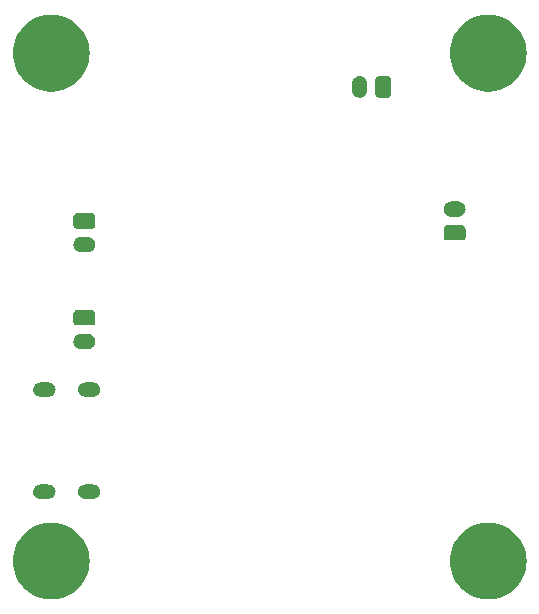
<source format=gbr>
%TF.GenerationSoftware,KiCad,Pcbnew,7.0.9*%
%TF.CreationDate,2024-10-15T17:06:46-06:00*%
%TF.ProjectId,TPS61165-heater-v8,54505336-3131-4363-952d-686561746572,rev?*%
%TF.SameCoordinates,Original*%
%TF.FileFunction,Soldermask,Bot*%
%TF.FilePolarity,Negative*%
%FSLAX46Y46*%
G04 Gerber Fmt 4.6, Leading zero omitted, Abs format (unit mm)*
G04 Created by KiCad (PCBNEW 7.0.9) date 2024-10-15 17:06:46*
%MOMM*%
%LPD*%
G01*
G04 APERTURE LIST*
G04 APERTURE END LIST*
G36*
X119525953Y-90791827D02*
G01*
X119869735Y-90867499D01*
X120203319Y-90979897D01*
X120522796Y-91127702D01*
X120824419Y-91309183D01*
X121104653Y-91522211D01*
X121360211Y-91764289D01*
X121588099Y-92032579D01*
X121785643Y-92323934D01*
X121950528Y-92634941D01*
X122080820Y-92961951D01*
X122174993Y-93301131D01*
X122231942Y-93648505D01*
X122251000Y-94000000D01*
X122231942Y-94351495D01*
X122174993Y-94698869D01*
X122080820Y-95038049D01*
X121950528Y-95365059D01*
X121785643Y-95676066D01*
X121588099Y-95967421D01*
X121360211Y-96235711D01*
X121104653Y-96477789D01*
X120824419Y-96690817D01*
X120522796Y-96872298D01*
X120203319Y-97020103D01*
X119869735Y-97132501D01*
X119525953Y-97208173D01*
X119176006Y-97246232D01*
X118823994Y-97246232D01*
X118474047Y-97208173D01*
X118130265Y-97132501D01*
X117796681Y-97020103D01*
X117477204Y-96872298D01*
X117175581Y-96690817D01*
X116895347Y-96477789D01*
X116639789Y-96235711D01*
X116411901Y-95967421D01*
X116214357Y-95676066D01*
X116049472Y-95365059D01*
X115919180Y-95038049D01*
X115825007Y-94698869D01*
X115768058Y-94351495D01*
X115749000Y-94000000D01*
X115768058Y-93648505D01*
X115825007Y-93301131D01*
X115919180Y-92961951D01*
X116049472Y-92634941D01*
X116214357Y-92323934D01*
X116411901Y-92032579D01*
X116639789Y-91764289D01*
X116895347Y-91522211D01*
X117175581Y-91309183D01*
X117477204Y-91127702D01*
X117796681Y-90979897D01*
X118130265Y-90867499D01*
X118474047Y-90791827D01*
X118823994Y-90753768D01*
X119176006Y-90753768D01*
X119525953Y-90791827D01*
G37*
G36*
X156525953Y-90791827D02*
G01*
X156869735Y-90867499D01*
X157203319Y-90979897D01*
X157522796Y-91127702D01*
X157824419Y-91309183D01*
X158104653Y-91522211D01*
X158360211Y-91764289D01*
X158588099Y-92032579D01*
X158785643Y-92323934D01*
X158950528Y-92634941D01*
X159080820Y-92961951D01*
X159174993Y-93301131D01*
X159231942Y-93648505D01*
X159251000Y-94000000D01*
X159231942Y-94351495D01*
X159174993Y-94698869D01*
X159080820Y-95038049D01*
X158950528Y-95365059D01*
X158785643Y-95676066D01*
X158588099Y-95967421D01*
X158360211Y-96235711D01*
X158104653Y-96477789D01*
X157824419Y-96690817D01*
X157522796Y-96872298D01*
X157203319Y-97020103D01*
X156869735Y-97132501D01*
X156525953Y-97208173D01*
X156176006Y-97246232D01*
X155823994Y-97246232D01*
X155474047Y-97208173D01*
X155130265Y-97132501D01*
X154796681Y-97020103D01*
X154477204Y-96872298D01*
X154175581Y-96690817D01*
X153895347Y-96477789D01*
X153639789Y-96235711D01*
X153411901Y-95967421D01*
X153214357Y-95676066D01*
X153049472Y-95365059D01*
X152919180Y-95038049D01*
X152825007Y-94698869D01*
X152768058Y-94351495D01*
X152749000Y-94000000D01*
X152768058Y-93648505D01*
X152825007Y-93301131D01*
X152919180Y-92961951D01*
X153049472Y-92634941D01*
X153214357Y-92323934D01*
X153411901Y-92032579D01*
X153639789Y-91764289D01*
X153895347Y-91522211D01*
X154175581Y-91309183D01*
X154477204Y-91127702D01*
X154796681Y-90979897D01*
X155130265Y-90867499D01*
X155474047Y-90791827D01*
X155823994Y-90753768D01*
X156176006Y-90753768D01*
X156525953Y-90791827D01*
G37*
G36*
X118766891Y-87519380D02*
G01*
X118830097Y-87523062D01*
X118874144Y-87533501D01*
X118919550Y-87539479D01*
X118946539Y-87550658D01*
X118969264Y-87556044D01*
X119015018Y-87579023D01*
X119064500Y-87599519D01*
X119080928Y-87612125D01*
X119093789Y-87618584D01*
X119141297Y-87658447D01*
X119188971Y-87695029D01*
X119196341Y-87704635D01*
X119200531Y-87708150D01*
X119249110Y-87773404D01*
X119284481Y-87819500D01*
X119306715Y-87873180D01*
X119338935Y-87947873D01*
X119339884Y-87953255D01*
X119344521Y-87964450D01*
X119352367Y-88024049D01*
X119363134Y-88085106D01*
X119362297Y-88099470D01*
X119365000Y-88120000D01*
X119358007Y-88173111D01*
X119355031Y-88224211D01*
X119348335Y-88246575D01*
X119344521Y-88275550D01*
X119326993Y-88317865D01*
X119315065Y-88357710D01*
X119298871Y-88385757D01*
X119284481Y-88420500D01*
X119261588Y-88450333D01*
X119245394Y-88478384D01*
X119216849Y-88508638D01*
X119188971Y-88544971D01*
X119165788Y-88562759D01*
X119149769Y-88579739D01*
X119107006Y-88607864D01*
X119064500Y-88640481D01*
X119045366Y-88648406D01*
X119033345Y-88656313D01*
X118975084Y-88677518D01*
X118919550Y-88700521D01*
X118907539Y-88702102D01*
X118902405Y-88703971D01*
X118821632Y-88713412D01*
X118764000Y-88721000D01*
X118756719Y-88721000D01*
X118067645Y-88721000D01*
X118064000Y-88721000D01*
X118061106Y-88720619D01*
X117997902Y-88716937D01*
X117953862Y-88706499D01*
X117908450Y-88700521D01*
X117881456Y-88689339D01*
X117858735Y-88683955D01*
X117812987Y-88660979D01*
X117763500Y-88640481D01*
X117747069Y-88627873D01*
X117734210Y-88621415D01*
X117686705Y-88581554D01*
X117639029Y-88544971D01*
X117631657Y-88535364D01*
X117627468Y-88531849D01*
X117578881Y-88466584D01*
X117543519Y-88420500D01*
X117521297Y-88366853D01*
X117489064Y-88292126D01*
X117488114Y-88286740D01*
X117483479Y-88275550D01*
X117475634Y-88215968D01*
X117464865Y-88154893D01*
X117465702Y-88140523D01*
X117463000Y-88120000D01*
X117469990Y-88066903D01*
X117472968Y-88015788D01*
X117479665Y-87993416D01*
X117483479Y-87964450D01*
X117501002Y-87922145D01*
X117512934Y-87882289D01*
X117529132Y-87854232D01*
X117543519Y-87819500D01*
X117566404Y-87789674D01*
X117582605Y-87761615D01*
X117611158Y-87731350D01*
X117639029Y-87695029D01*
X117662204Y-87677245D01*
X117678230Y-87660260D01*
X117721008Y-87632123D01*
X117763500Y-87599519D01*
X117782626Y-87591596D01*
X117794654Y-87583686D01*
X117852942Y-87562470D01*
X117908450Y-87539479D01*
X117920454Y-87537898D01*
X117925594Y-87536028D01*
X118006400Y-87526583D01*
X118064000Y-87519000D01*
X118764000Y-87519000D01*
X118766891Y-87519380D01*
G37*
G36*
X122566891Y-87519380D02*
G01*
X122630097Y-87523062D01*
X122674144Y-87533501D01*
X122719550Y-87539479D01*
X122746539Y-87550658D01*
X122769264Y-87556044D01*
X122815018Y-87579023D01*
X122864500Y-87599519D01*
X122880928Y-87612125D01*
X122893789Y-87618584D01*
X122941297Y-87658447D01*
X122988971Y-87695029D01*
X122996341Y-87704635D01*
X123000531Y-87708150D01*
X123049110Y-87773404D01*
X123084481Y-87819500D01*
X123106715Y-87873180D01*
X123138935Y-87947873D01*
X123139884Y-87953255D01*
X123144521Y-87964450D01*
X123152367Y-88024049D01*
X123163134Y-88085106D01*
X123162297Y-88099470D01*
X123165000Y-88120000D01*
X123158007Y-88173111D01*
X123155031Y-88224211D01*
X123148335Y-88246575D01*
X123144521Y-88275550D01*
X123126993Y-88317865D01*
X123115065Y-88357710D01*
X123098871Y-88385757D01*
X123084481Y-88420500D01*
X123061588Y-88450333D01*
X123045394Y-88478384D01*
X123016849Y-88508638D01*
X122988971Y-88544971D01*
X122965788Y-88562759D01*
X122949769Y-88579739D01*
X122907006Y-88607864D01*
X122864500Y-88640481D01*
X122845366Y-88648406D01*
X122833345Y-88656313D01*
X122775084Y-88677518D01*
X122719550Y-88700521D01*
X122707539Y-88702102D01*
X122702405Y-88703971D01*
X122621632Y-88713412D01*
X122564000Y-88721000D01*
X122556719Y-88721000D01*
X121867645Y-88721000D01*
X121864000Y-88721000D01*
X121861106Y-88720619D01*
X121797902Y-88716937D01*
X121753862Y-88706499D01*
X121708450Y-88700521D01*
X121681456Y-88689339D01*
X121658735Y-88683955D01*
X121612987Y-88660979D01*
X121563500Y-88640481D01*
X121547069Y-88627873D01*
X121534210Y-88621415D01*
X121486705Y-88581554D01*
X121439029Y-88544971D01*
X121431657Y-88535364D01*
X121427468Y-88531849D01*
X121378881Y-88466584D01*
X121343519Y-88420500D01*
X121321297Y-88366853D01*
X121289064Y-88292126D01*
X121288114Y-88286740D01*
X121283479Y-88275550D01*
X121275634Y-88215968D01*
X121264865Y-88154893D01*
X121265702Y-88140523D01*
X121263000Y-88120000D01*
X121269990Y-88066903D01*
X121272968Y-88015788D01*
X121279665Y-87993416D01*
X121283479Y-87964450D01*
X121301002Y-87922145D01*
X121312934Y-87882289D01*
X121329132Y-87854232D01*
X121343519Y-87819500D01*
X121366404Y-87789674D01*
X121382605Y-87761615D01*
X121411158Y-87731350D01*
X121439029Y-87695029D01*
X121462204Y-87677245D01*
X121478230Y-87660260D01*
X121521008Y-87632123D01*
X121563500Y-87599519D01*
X121582626Y-87591596D01*
X121594654Y-87583686D01*
X121652942Y-87562470D01*
X121708450Y-87539479D01*
X121720454Y-87537898D01*
X121725594Y-87536028D01*
X121806400Y-87526583D01*
X121864000Y-87519000D01*
X122564000Y-87519000D01*
X122566891Y-87519380D01*
G37*
G36*
X118766891Y-78879380D02*
G01*
X118830097Y-78883062D01*
X118874144Y-78893501D01*
X118919550Y-78899479D01*
X118946539Y-78910658D01*
X118969264Y-78916044D01*
X119015018Y-78939023D01*
X119064500Y-78959519D01*
X119080928Y-78972125D01*
X119093789Y-78978584D01*
X119141297Y-79018447D01*
X119188971Y-79055029D01*
X119196341Y-79064635D01*
X119200531Y-79068150D01*
X119249110Y-79133404D01*
X119284481Y-79179500D01*
X119306715Y-79233180D01*
X119338935Y-79307873D01*
X119339884Y-79313255D01*
X119344521Y-79324450D01*
X119352367Y-79384049D01*
X119363134Y-79445106D01*
X119362297Y-79459470D01*
X119365000Y-79480000D01*
X119358007Y-79533111D01*
X119355031Y-79584211D01*
X119348335Y-79606575D01*
X119344521Y-79635550D01*
X119326993Y-79677865D01*
X119315065Y-79717710D01*
X119298871Y-79745757D01*
X119284481Y-79780500D01*
X119261588Y-79810333D01*
X119245394Y-79838384D01*
X119216849Y-79868638D01*
X119188971Y-79904971D01*
X119165788Y-79922759D01*
X119149769Y-79939739D01*
X119107006Y-79967864D01*
X119064500Y-80000481D01*
X119045366Y-80008406D01*
X119033345Y-80016313D01*
X118975084Y-80037518D01*
X118919550Y-80060521D01*
X118907539Y-80062102D01*
X118902405Y-80063971D01*
X118821632Y-80073412D01*
X118764000Y-80081000D01*
X118756719Y-80081000D01*
X118067645Y-80081000D01*
X118064000Y-80081000D01*
X118061106Y-80080619D01*
X117997902Y-80076937D01*
X117953862Y-80066499D01*
X117908450Y-80060521D01*
X117881456Y-80049339D01*
X117858735Y-80043955D01*
X117812987Y-80020979D01*
X117763500Y-80000481D01*
X117747069Y-79987873D01*
X117734210Y-79981415D01*
X117686705Y-79941554D01*
X117639029Y-79904971D01*
X117631657Y-79895364D01*
X117627468Y-79891849D01*
X117578881Y-79826584D01*
X117543519Y-79780500D01*
X117521297Y-79726853D01*
X117489064Y-79652126D01*
X117488114Y-79646740D01*
X117483479Y-79635550D01*
X117475634Y-79575968D01*
X117464865Y-79514893D01*
X117465702Y-79500523D01*
X117463000Y-79480000D01*
X117469990Y-79426903D01*
X117472968Y-79375788D01*
X117479665Y-79353416D01*
X117483479Y-79324450D01*
X117501002Y-79282145D01*
X117512934Y-79242289D01*
X117529132Y-79214232D01*
X117543519Y-79179500D01*
X117566404Y-79149674D01*
X117582605Y-79121615D01*
X117611158Y-79091350D01*
X117639029Y-79055029D01*
X117662204Y-79037245D01*
X117678230Y-79020260D01*
X117721008Y-78992123D01*
X117763500Y-78959519D01*
X117782626Y-78951596D01*
X117794654Y-78943686D01*
X117852942Y-78922470D01*
X117908450Y-78899479D01*
X117920454Y-78897898D01*
X117925594Y-78896028D01*
X118006400Y-78886583D01*
X118064000Y-78879000D01*
X118764000Y-78879000D01*
X118766891Y-78879380D01*
G37*
G36*
X122566891Y-78879380D02*
G01*
X122630097Y-78883062D01*
X122674144Y-78893501D01*
X122719550Y-78899479D01*
X122746539Y-78910658D01*
X122769264Y-78916044D01*
X122815018Y-78939023D01*
X122864500Y-78959519D01*
X122880928Y-78972125D01*
X122893789Y-78978584D01*
X122941297Y-79018447D01*
X122988971Y-79055029D01*
X122996341Y-79064635D01*
X123000531Y-79068150D01*
X123049110Y-79133404D01*
X123084481Y-79179500D01*
X123106715Y-79233180D01*
X123138935Y-79307873D01*
X123139884Y-79313255D01*
X123144521Y-79324450D01*
X123152367Y-79384049D01*
X123163134Y-79445106D01*
X123162297Y-79459470D01*
X123165000Y-79480000D01*
X123158007Y-79533111D01*
X123155031Y-79584211D01*
X123148335Y-79606575D01*
X123144521Y-79635550D01*
X123126993Y-79677865D01*
X123115065Y-79717710D01*
X123098871Y-79745757D01*
X123084481Y-79780500D01*
X123061588Y-79810333D01*
X123045394Y-79838384D01*
X123016849Y-79868638D01*
X122988971Y-79904971D01*
X122965788Y-79922759D01*
X122949769Y-79939739D01*
X122907006Y-79967864D01*
X122864500Y-80000481D01*
X122845366Y-80008406D01*
X122833345Y-80016313D01*
X122775084Y-80037518D01*
X122719550Y-80060521D01*
X122707539Y-80062102D01*
X122702405Y-80063971D01*
X122621632Y-80073412D01*
X122564000Y-80081000D01*
X122556719Y-80081000D01*
X121867645Y-80081000D01*
X121864000Y-80081000D01*
X121861106Y-80080619D01*
X121797902Y-80076937D01*
X121753862Y-80066499D01*
X121708450Y-80060521D01*
X121681456Y-80049339D01*
X121658735Y-80043955D01*
X121612987Y-80020979D01*
X121563500Y-80000481D01*
X121547069Y-79987873D01*
X121534210Y-79981415D01*
X121486705Y-79941554D01*
X121439029Y-79904971D01*
X121431657Y-79895364D01*
X121427468Y-79891849D01*
X121378881Y-79826584D01*
X121343519Y-79780500D01*
X121321297Y-79726853D01*
X121289064Y-79652126D01*
X121288114Y-79646740D01*
X121283479Y-79635550D01*
X121275634Y-79575968D01*
X121264865Y-79514893D01*
X121265702Y-79500523D01*
X121263000Y-79480000D01*
X121269990Y-79426903D01*
X121272968Y-79375788D01*
X121279665Y-79353416D01*
X121283479Y-79324450D01*
X121301002Y-79282145D01*
X121312934Y-79242289D01*
X121329132Y-79214232D01*
X121343519Y-79179500D01*
X121366404Y-79149674D01*
X121382605Y-79121615D01*
X121411158Y-79091350D01*
X121439029Y-79055029D01*
X121462204Y-79037245D01*
X121478230Y-79020260D01*
X121521008Y-78992123D01*
X121563500Y-78959519D01*
X121582626Y-78951596D01*
X121594654Y-78943686D01*
X121652942Y-78922470D01*
X121708450Y-78899479D01*
X121720454Y-78897898D01*
X121725594Y-78896028D01*
X121806400Y-78886583D01*
X121864000Y-78879000D01*
X122564000Y-78879000D01*
X122566891Y-78879380D01*
G37*
G36*
X122156592Y-74754133D02*
G01*
X122190259Y-74762777D01*
X122219686Y-74766093D01*
X122265204Y-74782020D01*
X122314649Y-74794716D01*
X122337697Y-74807386D01*
X122357114Y-74814181D01*
X122406485Y-74845203D01*
X122457648Y-74873330D01*
X122470589Y-74885482D01*
X122480395Y-74891644D01*
X122530393Y-74941642D01*
X122576604Y-74985037D01*
X122581494Y-74992743D01*
X122583355Y-74994604D01*
X122651455Y-75102984D01*
X122664042Y-75122818D01*
X122683516Y-75182753D01*
X122708906Y-75255313D01*
X122709868Y-75263856D01*
X122714469Y-75278015D01*
X122718267Y-75338397D01*
X122725209Y-75400000D01*
X122723241Y-75417459D01*
X122724715Y-75440877D01*
X122714668Y-75493541D01*
X122708906Y-75544686D01*
X122700126Y-75569776D01*
X122694138Y-75601170D01*
X122674650Y-75642581D01*
X122660818Y-75682114D01*
X122641822Y-75712345D01*
X122624657Y-75748823D01*
X122600722Y-75777755D01*
X122583355Y-75805395D01*
X122551525Y-75837224D01*
X122520640Y-75874559D01*
X122497056Y-75891693D01*
X122480395Y-75908355D01*
X122433997Y-75937508D01*
X122388622Y-75970476D01*
X122369450Y-75978066D01*
X122357114Y-75985818D01*
X122294802Y-76007621D01*
X122236897Y-76030548D01*
X122224980Y-76032053D01*
X122219686Y-76033906D01*
X122132954Y-76043678D01*
X122075000Y-76051000D01*
X122067980Y-76051000D01*
X121532020Y-76051000D01*
X121525000Y-76051000D01*
X121443408Y-76045867D01*
X121409736Y-76037221D01*
X121380313Y-76033906D01*
X121334802Y-76017981D01*
X121285351Y-76005284D01*
X121262299Y-75992611D01*
X121242885Y-75985818D01*
X121193519Y-75954799D01*
X121142352Y-75926670D01*
X121129409Y-75914516D01*
X121119604Y-75908355D01*
X121069606Y-75858357D01*
X121023396Y-75814963D01*
X121018505Y-75807256D01*
X121016644Y-75805395D01*
X120948507Y-75696956D01*
X120935958Y-75677182D01*
X120916492Y-75617272D01*
X120891093Y-75544686D01*
X120890129Y-75536138D01*
X120885531Y-75521985D01*
X120881733Y-75461621D01*
X120874790Y-75400000D01*
X120876757Y-75382535D01*
X120875285Y-75359123D01*
X120885328Y-75306472D01*
X120891093Y-75255313D01*
X120899875Y-75230215D01*
X120905862Y-75198830D01*
X120925343Y-75157429D01*
X120939181Y-75117885D01*
X120958182Y-75087644D01*
X120975343Y-75051177D01*
X120999271Y-75022252D01*
X121016644Y-74994604D01*
X121048483Y-74962764D01*
X121079360Y-74925441D01*
X121102936Y-74908311D01*
X121119604Y-74891644D01*
X121166018Y-74862479D01*
X121211378Y-74829524D01*
X121230542Y-74821936D01*
X121242885Y-74814181D01*
X121305227Y-74792366D01*
X121363103Y-74769452D01*
X121375013Y-74767947D01*
X121380313Y-74766093D01*
X121467080Y-74756316D01*
X121525000Y-74749000D01*
X122075000Y-74749000D01*
X122156592Y-74754133D01*
G37*
G36*
X122493914Y-72756995D02*
G01*
X122509726Y-72763976D01*
X122517531Y-72765213D01*
X122550039Y-72781776D01*
X122595106Y-72801676D01*
X122673324Y-72879894D01*
X122693226Y-72924967D01*
X122709786Y-72957468D01*
X122711021Y-72965270D01*
X122718005Y-72981086D01*
X122726000Y-73050000D01*
X122726000Y-73750000D01*
X122718005Y-73818914D01*
X122711021Y-73834729D01*
X122709786Y-73842531D01*
X122693229Y-73875024D01*
X122673324Y-73920106D01*
X122595106Y-73998324D01*
X122550024Y-74018229D01*
X122517531Y-74034786D01*
X122509729Y-74036021D01*
X122493914Y-74043005D01*
X122425000Y-74051000D01*
X121175000Y-74051000D01*
X121106086Y-74043005D01*
X121090270Y-74036021D01*
X121082468Y-74034786D01*
X121049967Y-74018226D01*
X121004894Y-73998324D01*
X120926676Y-73920106D01*
X120906776Y-73875039D01*
X120890213Y-73842531D01*
X120888976Y-73834726D01*
X120881995Y-73818914D01*
X120874000Y-73750000D01*
X120874000Y-73050000D01*
X120881995Y-72981086D01*
X120888976Y-72965274D01*
X120890213Y-72957468D01*
X120906780Y-72924953D01*
X120926676Y-72879894D01*
X121004894Y-72801676D01*
X121049953Y-72781780D01*
X121082468Y-72765213D01*
X121090274Y-72763976D01*
X121106086Y-72756995D01*
X121175000Y-72749000D01*
X122425000Y-72749000D01*
X122493914Y-72756995D01*
G37*
G36*
X122156592Y-66554133D02*
G01*
X122190259Y-66562777D01*
X122219686Y-66566093D01*
X122265204Y-66582020D01*
X122314649Y-66594716D01*
X122337697Y-66607386D01*
X122357114Y-66614181D01*
X122406485Y-66645203D01*
X122457648Y-66673330D01*
X122470589Y-66685482D01*
X122480395Y-66691644D01*
X122530393Y-66741642D01*
X122576604Y-66785037D01*
X122581494Y-66792743D01*
X122583355Y-66794604D01*
X122651455Y-66902984D01*
X122664042Y-66922818D01*
X122683516Y-66982753D01*
X122708906Y-67055313D01*
X122709868Y-67063856D01*
X122714469Y-67078015D01*
X122718267Y-67138397D01*
X122725209Y-67200000D01*
X122723241Y-67217459D01*
X122724715Y-67240877D01*
X122714668Y-67293541D01*
X122708906Y-67344686D01*
X122700126Y-67369776D01*
X122694138Y-67401170D01*
X122674650Y-67442581D01*
X122660818Y-67482114D01*
X122641822Y-67512345D01*
X122624657Y-67548823D01*
X122600722Y-67577755D01*
X122583355Y-67605395D01*
X122551525Y-67637224D01*
X122520640Y-67674559D01*
X122497056Y-67691693D01*
X122480395Y-67708355D01*
X122433997Y-67737508D01*
X122388622Y-67770476D01*
X122369450Y-67778066D01*
X122357114Y-67785818D01*
X122294802Y-67807621D01*
X122236897Y-67830548D01*
X122224980Y-67832053D01*
X122219686Y-67833906D01*
X122132954Y-67843678D01*
X122075000Y-67851000D01*
X122067980Y-67851000D01*
X121532020Y-67851000D01*
X121525000Y-67851000D01*
X121443408Y-67845867D01*
X121409736Y-67837221D01*
X121380313Y-67833906D01*
X121334802Y-67817981D01*
X121285351Y-67805284D01*
X121262299Y-67792611D01*
X121242885Y-67785818D01*
X121193519Y-67754799D01*
X121142352Y-67726670D01*
X121129409Y-67714516D01*
X121119604Y-67708355D01*
X121069606Y-67658357D01*
X121023396Y-67614963D01*
X121018505Y-67607256D01*
X121016644Y-67605395D01*
X120948507Y-67496956D01*
X120935958Y-67477182D01*
X120916492Y-67417272D01*
X120891093Y-67344686D01*
X120890129Y-67336138D01*
X120885531Y-67321985D01*
X120881733Y-67261621D01*
X120874790Y-67200000D01*
X120876757Y-67182535D01*
X120875285Y-67159123D01*
X120885328Y-67106472D01*
X120891093Y-67055313D01*
X120899875Y-67030215D01*
X120905862Y-66998830D01*
X120925343Y-66957429D01*
X120939181Y-66917885D01*
X120958182Y-66887644D01*
X120975343Y-66851177D01*
X120999271Y-66822252D01*
X121016644Y-66794604D01*
X121048483Y-66762764D01*
X121079360Y-66725441D01*
X121102936Y-66708311D01*
X121119604Y-66691644D01*
X121166018Y-66662479D01*
X121211378Y-66629524D01*
X121230542Y-66621936D01*
X121242885Y-66614181D01*
X121305227Y-66592366D01*
X121363103Y-66569452D01*
X121375013Y-66567947D01*
X121380313Y-66566093D01*
X121467080Y-66556316D01*
X121525000Y-66549000D01*
X122075000Y-66549000D01*
X122156592Y-66554133D01*
G37*
G36*
X153843914Y-65556995D02*
G01*
X153859726Y-65563976D01*
X153867531Y-65565213D01*
X153900039Y-65581776D01*
X153945106Y-65601676D01*
X154023324Y-65679894D01*
X154043226Y-65724967D01*
X154059786Y-65757468D01*
X154061021Y-65765270D01*
X154068005Y-65781086D01*
X154076000Y-65850000D01*
X154076000Y-66550000D01*
X154068005Y-66618914D01*
X154061021Y-66634729D01*
X154059786Y-66642531D01*
X154043229Y-66675024D01*
X154023324Y-66720106D01*
X153945106Y-66798324D01*
X153900024Y-66818229D01*
X153867531Y-66834786D01*
X153859729Y-66836021D01*
X153843914Y-66843005D01*
X153775000Y-66851000D01*
X152525000Y-66851000D01*
X152456086Y-66843005D01*
X152440270Y-66836021D01*
X152432468Y-66834786D01*
X152399967Y-66818226D01*
X152354894Y-66798324D01*
X152276676Y-66720106D01*
X152256776Y-66675039D01*
X152240213Y-66642531D01*
X152238976Y-66634726D01*
X152231995Y-66618914D01*
X152224000Y-66550000D01*
X152224000Y-65850000D01*
X152231995Y-65781086D01*
X152238976Y-65765274D01*
X152240213Y-65757468D01*
X152256780Y-65724953D01*
X152276676Y-65679894D01*
X152354894Y-65601676D01*
X152399953Y-65581780D01*
X152432468Y-65565213D01*
X152440274Y-65563976D01*
X152456086Y-65556995D01*
X152525000Y-65549000D01*
X153775000Y-65549000D01*
X153843914Y-65556995D01*
G37*
G36*
X122493914Y-64556995D02*
G01*
X122509726Y-64563976D01*
X122517531Y-64565213D01*
X122550039Y-64581776D01*
X122595106Y-64601676D01*
X122673324Y-64679894D01*
X122693226Y-64724967D01*
X122709786Y-64757468D01*
X122711021Y-64765270D01*
X122718005Y-64781086D01*
X122726000Y-64850000D01*
X122726000Y-65550000D01*
X122718005Y-65618914D01*
X122711021Y-65634729D01*
X122709786Y-65642531D01*
X122693229Y-65675024D01*
X122673324Y-65720106D01*
X122595106Y-65798324D01*
X122550024Y-65818229D01*
X122517531Y-65834786D01*
X122509729Y-65836021D01*
X122493914Y-65843005D01*
X122425000Y-65851000D01*
X121175000Y-65851000D01*
X121106086Y-65843005D01*
X121090270Y-65836021D01*
X121082468Y-65834786D01*
X121049967Y-65818226D01*
X121004894Y-65798324D01*
X120926676Y-65720106D01*
X120906776Y-65675039D01*
X120890213Y-65642531D01*
X120888976Y-65634726D01*
X120881995Y-65618914D01*
X120874000Y-65550000D01*
X120874000Y-64850000D01*
X120881995Y-64781086D01*
X120888976Y-64765274D01*
X120890213Y-64757468D01*
X120906780Y-64724953D01*
X120926676Y-64679894D01*
X121004894Y-64601676D01*
X121049953Y-64581780D01*
X121082468Y-64565213D01*
X121090274Y-64563976D01*
X121106086Y-64556995D01*
X121175000Y-64549000D01*
X122425000Y-64549000D01*
X122493914Y-64556995D01*
G37*
G36*
X153506592Y-63554133D02*
G01*
X153540259Y-63562777D01*
X153569686Y-63566093D01*
X153615204Y-63582020D01*
X153664649Y-63594716D01*
X153687697Y-63607386D01*
X153707114Y-63614181D01*
X153756485Y-63645203D01*
X153807648Y-63673330D01*
X153820589Y-63685482D01*
X153830395Y-63691644D01*
X153880393Y-63741642D01*
X153926604Y-63785037D01*
X153931494Y-63792743D01*
X153933355Y-63794604D01*
X154001455Y-63902984D01*
X154014042Y-63922818D01*
X154033516Y-63982753D01*
X154058906Y-64055313D01*
X154059868Y-64063856D01*
X154064469Y-64078015D01*
X154068267Y-64138397D01*
X154075209Y-64200000D01*
X154073241Y-64217459D01*
X154074715Y-64240877D01*
X154064668Y-64293541D01*
X154058906Y-64344686D01*
X154050126Y-64369776D01*
X154044138Y-64401170D01*
X154024650Y-64442581D01*
X154010818Y-64482114D01*
X153991822Y-64512345D01*
X153974657Y-64548823D01*
X153950722Y-64577755D01*
X153933355Y-64605395D01*
X153901525Y-64637224D01*
X153870640Y-64674559D01*
X153847056Y-64691693D01*
X153830395Y-64708355D01*
X153783997Y-64737508D01*
X153738622Y-64770476D01*
X153719450Y-64778066D01*
X153707114Y-64785818D01*
X153644802Y-64807621D01*
X153586897Y-64830548D01*
X153574980Y-64832053D01*
X153569686Y-64833906D01*
X153482954Y-64843678D01*
X153425000Y-64851000D01*
X153417980Y-64851000D01*
X152882020Y-64851000D01*
X152875000Y-64851000D01*
X152793408Y-64845867D01*
X152759736Y-64837221D01*
X152730313Y-64833906D01*
X152684802Y-64817981D01*
X152635351Y-64805284D01*
X152612299Y-64792611D01*
X152592885Y-64785818D01*
X152543519Y-64754799D01*
X152492352Y-64726670D01*
X152479409Y-64714516D01*
X152469604Y-64708355D01*
X152419606Y-64658357D01*
X152373396Y-64614963D01*
X152368505Y-64607256D01*
X152366644Y-64605395D01*
X152298507Y-64496956D01*
X152285958Y-64477182D01*
X152266492Y-64417272D01*
X152241093Y-64344686D01*
X152240129Y-64336138D01*
X152235531Y-64321985D01*
X152231733Y-64261621D01*
X152224790Y-64200000D01*
X152226757Y-64182535D01*
X152225285Y-64159123D01*
X152235328Y-64106472D01*
X152241093Y-64055313D01*
X152249875Y-64030215D01*
X152255862Y-63998830D01*
X152275343Y-63957429D01*
X152289181Y-63917885D01*
X152308182Y-63887644D01*
X152325343Y-63851177D01*
X152349271Y-63822252D01*
X152366644Y-63794604D01*
X152398483Y-63762764D01*
X152429360Y-63725441D01*
X152452936Y-63708311D01*
X152469604Y-63691644D01*
X152516018Y-63662479D01*
X152561378Y-63629524D01*
X152580542Y-63621936D01*
X152592885Y-63614181D01*
X152655227Y-63592366D01*
X152713103Y-63569452D01*
X152725013Y-63567947D01*
X152730313Y-63566093D01*
X152817080Y-63556316D01*
X152875000Y-63549000D01*
X153425000Y-63549000D01*
X153506592Y-63554133D01*
G37*
G36*
X147518914Y-52931995D02*
G01*
X147534726Y-52938976D01*
X147542531Y-52940213D01*
X147575039Y-52956776D01*
X147620106Y-52976676D01*
X147698324Y-53054894D01*
X147718226Y-53099967D01*
X147734786Y-53132468D01*
X147736021Y-53140270D01*
X147743005Y-53156086D01*
X147751000Y-53225000D01*
X147751000Y-54475000D01*
X147743005Y-54543914D01*
X147736021Y-54559729D01*
X147734786Y-54567531D01*
X147718229Y-54600024D01*
X147698324Y-54645106D01*
X147620106Y-54723324D01*
X147575024Y-54743229D01*
X147542531Y-54759786D01*
X147534729Y-54761021D01*
X147518914Y-54768005D01*
X147450000Y-54776000D01*
X146750000Y-54776000D01*
X146681086Y-54768005D01*
X146665270Y-54761021D01*
X146657468Y-54759786D01*
X146624967Y-54743226D01*
X146579894Y-54723324D01*
X146501676Y-54645106D01*
X146481776Y-54600039D01*
X146465213Y-54567531D01*
X146463976Y-54559726D01*
X146456995Y-54543914D01*
X146449000Y-54475000D01*
X146449000Y-53225000D01*
X146456995Y-53156086D01*
X146463976Y-53140274D01*
X146465213Y-53132468D01*
X146481780Y-53099953D01*
X146501676Y-53054894D01*
X146579894Y-52976676D01*
X146624953Y-52956780D01*
X146657468Y-52940213D01*
X146665274Y-52938976D01*
X146681086Y-52931995D01*
X146750000Y-52924000D01*
X147450000Y-52924000D01*
X147518914Y-52931995D01*
G37*
G36*
X145117464Y-52926757D02*
G01*
X145140877Y-52925285D01*
X145193528Y-52935328D01*
X145244686Y-52941093D01*
X145269782Y-52949874D01*
X145301170Y-52955862D01*
X145342573Y-52975345D01*
X145382114Y-52989181D01*
X145412351Y-53008180D01*
X145448823Y-53025343D01*
X145477750Y-53049273D01*
X145505395Y-53066644D01*
X145537230Y-53098479D01*
X145574559Y-53129360D01*
X145591690Y-53152939D01*
X145608355Y-53169604D01*
X145637513Y-53216008D01*
X145670476Y-53261378D01*
X145678065Y-53280547D01*
X145685818Y-53292885D01*
X145707624Y-53355205D01*
X145730548Y-53413103D01*
X145732053Y-53425017D01*
X145733906Y-53430313D01*
X145743679Y-53517049D01*
X145751000Y-53575000D01*
X145751000Y-54125000D01*
X145745867Y-54206592D01*
X145737221Y-54240264D01*
X145733906Y-54269686D01*
X145717982Y-54315193D01*
X145705284Y-54364649D01*
X145692610Y-54387702D01*
X145685818Y-54407114D01*
X145654803Y-54456472D01*
X145626670Y-54507648D01*
X145614514Y-54520592D01*
X145608355Y-54530395D01*
X145558372Y-54580377D01*
X145514963Y-54626604D01*
X145507253Y-54631496D01*
X145505395Y-54633355D01*
X145397116Y-54701391D01*
X145377182Y-54714042D01*
X145317232Y-54733520D01*
X145244686Y-54758906D01*
X145236143Y-54759868D01*
X145221985Y-54764469D01*
X145161601Y-54768267D01*
X145100000Y-54775209D01*
X145082540Y-54773241D01*
X145059123Y-54774715D01*
X145006459Y-54764669D01*
X144955313Y-54758906D01*
X144930221Y-54750126D01*
X144898830Y-54744138D01*
X144857421Y-54724652D01*
X144817885Y-54710818D01*
X144787650Y-54691820D01*
X144751177Y-54674657D01*
X144722247Y-54650724D01*
X144694604Y-54633355D01*
X144662769Y-54601520D01*
X144625441Y-54570640D01*
X144608309Y-54547060D01*
X144591644Y-54530395D01*
X144562484Y-54483987D01*
X144529524Y-54438622D01*
X144521935Y-54419454D01*
X144514181Y-54407114D01*
X144492369Y-54344780D01*
X144469452Y-54286897D01*
X144467947Y-54274984D01*
X144466093Y-54269686D01*
X144456317Y-54182927D01*
X144449000Y-54125000D01*
X144449000Y-53575000D01*
X144454133Y-53493408D01*
X144462777Y-53459741D01*
X144466093Y-53430313D01*
X144482021Y-53384792D01*
X144494716Y-53335351D01*
X144507385Y-53312304D01*
X144514181Y-53292885D01*
X144545207Y-53243506D01*
X144573330Y-53192352D01*
X144585480Y-53179412D01*
X144591644Y-53169604D01*
X144641657Y-53119590D01*
X144685037Y-53073396D01*
X144692741Y-53068506D01*
X144694604Y-53066644D01*
X144803143Y-52998443D01*
X144822818Y-52985958D01*
X144882713Y-52966496D01*
X144955313Y-52941093D01*
X144963861Y-52940129D01*
X144978015Y-52935531D01*
X145038377Y-52931733D01*
X145100000Y-52924790D01*
X145117464Y-52926757D01*
G37*
G36*
X119525953Y-47791827D02*
G01*
X119869735Y-47867499D01*
X120203319Y-47979897D01*
X120522796Y-48127702D01*
X120824419Y-48309183D01*
X121104653Y-48522211D01*
X121360211Y-48764289D01*
X121588099Y-49032579D01*
X121785643Y-49323934D01*
X121950528Y-49634941D01*
X122080820Y-49961951D01*
X122174993Y-50301131D01*
X122231942Y-50648505D01*
X122251000Y-51000000D01*
X122231942Y-51351495D01*
X122174993Y-51698869D01*
X122080820Y-52038049D01*
X121950528Y-52365059D01*
X121785643Y-52676066D01*
X121588099Y-52967421D01*
X121360211Y-53235711D01*
X121104653Y-53477789D01*
X120824419Y-53690817D01*
X120522796Y-53872298D01*
X120203319Y-54020103D01*
X119869735Y-54132501D01*
X119525953Y-54208173D01*
X119176006Y-54246232D01*
X118823994Y-54246232D01*
X118474047Y-54208173D01*
X118130265Y-54132501D01*
X117796681Y-54020103D01*
X117477204Y-53872298D01*
X117175581Y-53690817D01*
X116895347Y-53477789D01*
X116639789Y-53235711D01*
X116411901Y-52967421D01*
X116214357Y-52676066D01*
X116049472Y-52365059D01*
X115919180Y-52038049D01*
X115825007Y-51698869D01*
X115768058Y-51351495D01*
X115749000Y-51000000D01*
X115768058Y-50648505D01*
X115825007Y-50301131D01*
X115919180Y-49961951D01*
X116049472Y-49634941D01*
X116214357Y-49323934D01*
X116411901Y-49032579D01*
X116639789Y-48764289D01*
X116895347Y-48522211D01*
X117175581Y-48309183D01*
X117477204Y-48127702D01*
X117796681Y-47979897D01*
X118130265Y-47867499D01*
X118474047Y-47791827D01*
X118823994Y-47753768D01*
X119176006Y-47753768D01*
X119525953Y-47791827D01*
G37*
G36*
X156525953Y-47791827D02*
G01*
X156869735Y-47867499D01*
X157203319Y-47979897D01*
X157522796Y-48127702D01*
X157824419Y-48309183D01*
X158104653Y-48522211D01*
X158360211Y-48764289D01*
X158588099Y-49032579D01*
X158785643Y-49323934D01*
X158950528Y-49634941D01*
X159080820Y-49961951D01*
X159174993Y-50301131D01*
X159231942Y-50648505D01*
X159251000Y-51000000D01*
X159231942Y-51351495D01*
X159174993Y-51698869D01*
X159080820Y-52038049D01*
X158950528Y-52365059D01*
X158785643Y-52676066D01*
X158588099Y-52967421D01*
X158360211Y-53235711D01*
X158104653Y-53477789D01*
X157824419Y-53690817D01*
X157522796Y-53872298D01*
X157203319Y-54020103D01*
X156869735Y-54132501D01*
X156525953Y-54208173D01*
X156176006Y-54246232D01*
X155823994Y-54246232D01*
X155474047Y-54208173D01*
X155130265Y-54132501D01*
X154796681Y-54020103D01*
X154477204Y-53872298D01*
X154175581Y-53690817D01*
X153895347Y-53477789D01*
X153639789Y-53235711D01*
X153411901Y-52967421D01*
X153214357Y-52676066D01*
X153049472Y-52365059D01*
X152919180Y-52038049D01*
X152825007Y-51698869D01*
X152768058Y-51351495D01*
X152749000Y-51000000D01*
X152768058Y-50648505D01*
X152825007Y-50301131D01*
X152919180Y-49961951D01*
X153049472Y-49634941D01*
X153214357Y-49323934D01*
X153411901Y-49032579D01*
X153639789Y-48764289D01*
X153895347Y-48522211D01*
X154175581Y-48309183D01*
X154477204Y-48127702D01*
X154796681Y-47979897D01*
X155130265Y-47867499D01*
X155474047Y-47791827D01*
X155823994Y-47753768D01*
X156176006Y-47753768D01*
X156525953Y-47791827D01*
G37*
M02*

</source>
